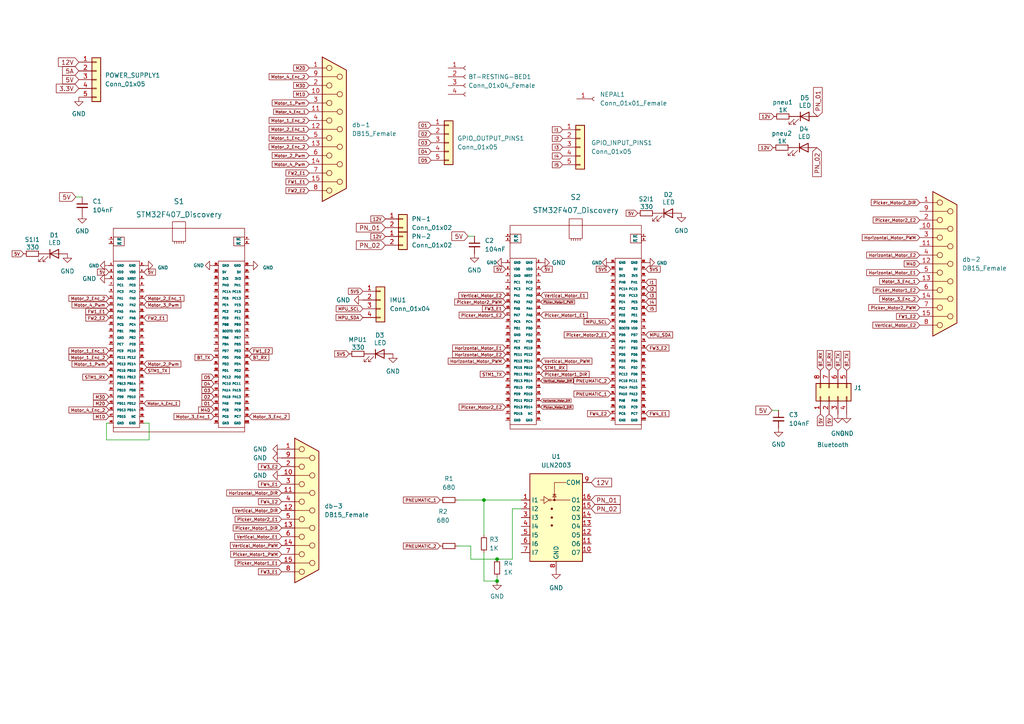
<source format=kicad_sch>
(kicad_sch (version 20211123) (generator eeschema)
  (paper "A4")
  (lib_symbols
    (symbol "Connector:Conn_01x01_Female" (pin_names (offset 1.016) hide)
      (property "Reference" "J" (at 0 2.54 0))
      (property "Value" "Conn_01x01_Female" (at 0 -2.54 0))
      (symbol "Conn_01x01_Female_1_1"
        (pin passive line (at -5.08 0 0) (length 3.81) (name "Pin_1") (number "1"))
      )
    )
    (symbol "Connector:Conn_01x04_Female" (pin_names (offset 1.016) hide)
      (property "Reference" "J" (at 0 5.08 0))
      (property "Value" "Conn_01x04_Female" (at 0 -7.62 0))
      (symbol "Conn_01x04_Female_1_1"
        (pin passive line (at -5.08 2.54 0) (length 3.81) (name "Pin_1") (number "1"))
        (pin passive line (at -5.08 0 0) (length 3.81) (name "Pin_2") (number "2"))
        (pin passive line (at -5.08 -2.54 0) (length 3.81) (name "Pin_3") (number "3"))
        (pin passive line (at -5.08 -5.08 0) (length 3.81) (name "Pin_4") (number "4"))
      )
    )
    (symbol "Connector:DB15_Female" (pin_names (offset 1.016) hide)
      (property "Reference" "J" (at 0.508 21.59 0))
      (property "Value" "DB15_Female" (at 0 -22.225 0))
      (symbol "DB15_Female_1_1"
        (pin passive line (at -7.62 17.78 0) (length 3.81) (name "1") (number "1"))
        (pin passive line (at -7.62 10.16 0) (length 3.81) (name "P10") (number "10"))
        (pin passive line (at -7.62 5.08 0) (length 3.81) (name "P111") (number "11"))
        (pin passive line (at -7.62 0 0) (length 3.81) (name "P12") (number "12"))
        (pin passive line (at -7.62 -5.08 0) (length 3.81) (name "P13") (number "13"))
        (pin passive line (at -7.62 -10.16 0) (length 3.81) (name "P14") (number "14"))
        (pin passive line (at -7.62 -15.24 0) (length 3.81) (name "P15") (number "15"))
        (pin passive line (at -7.62 12.7 0) (length 3.81) (name "2") (number "2"))
        (pin passive line (at -7.62 7.62 0) (length 3.81) (name "3") (number "3"))
        (pin passive line (at -7.62 2.54 0) (length 3.81) (name "4") (number "4"))
        (pin passive line (at -7.62 -2.54 0) (length 3.81) (name "5") (number "5"))
        (pin passive line (at -7.62 -7.62 0) (length 3.81) (name "6") (number "6"))
        (pin passive line (at -7.62 -12.7 0) (length 3.81) (name "7") (number "7"))
        (pin passive line (at -7.62 -17.78 0) (length 3.81) (name "8") (number "8"))
        (pin passive line (at -7.62 15.24 0) (length 3.81) (name "P9") (number "9"))
      )
    )
    (symbol "Connector_Generic:Conn_01x02" (pin_names (offset 1.016) hide)
      (property "Reference" "J" (at 0 2.54 0))
      (property "Value" "Conn_01x02" (at 0 -5.08 0))
      (symbol "Conn_01x02_1_1"
        (pin passive line (at -5.08 0 0) (length 3.81) (name "Pin_1") (number "1"))
        (pin passive line (at -5.08 -2.54 0) (length 3.81) (name "Pin_2") (number "2"))
      )
    )
    (symbol "Connector_Generic:Conn_01x04" (pin_names (offset 1.016) hide)
      (property "Reference" "J" (at 0 5.08 0))
      (property "Value" "Conn_01x04" (at 0 -7.62 0))
      (symbol "Conn_01x04_1_1"
        (pin passive line (at -5.08 2.54 0) (length 3.81) (name "Pin_1") (number "1"))
        (pin passive line (at -5.08 0 0) (length 3.81) (name "Pin_2") (number "2"))
        (pin passive line (at -5.08 -2.54 0) (length 3.81) (name "Pin_3") (number "3"))
        (pin passive line (at -5.08 -5.08 0) (length 3.81) (name "Pin_4") (number "4"))
      )
    )
    (symbol "Connector_Generic:Conn_01x05" (pin_names (offset 1.016) hide)
      (property "Reference" "J" (at 0 7.62 0))
      (property "Value" "Conn_01x05" (at 0 -7.62 0))
      (symbol "Conn_01x05_1_1"
        (pin passive line (at -5.08 5.08 0) (length 3.81) (name "Pin_1") (number "1"))
        (pin passive line (at -5.08 2.54 0) (length 3.81) (name "Pin_2") (number "2"))
        (pin passive line (at -5.08 0 0) (length 3.81) (name "Pin_3") (number "3"))
        (pin passive line (at -5.08 -2.54 0) (length 3.81) (name "Pin_4") (number "4"))
        (pin passive line (at -5.08 -5.08 0) (length 3.81) (name "Pin_5") (number "5"))
      )
    )
    (symbol "Connector_Generic:Conn_02x04_Counter_Clockwise" (pin_names (offset 1.016) hide)
      (property "Reference" "J" (at 1.27 5.08 0))
      (property "Value" "Conn_02x04_Counter_Clockwise" (at 1.27 -7.62 0))
      (symbol "Conn_02x04_Counter_Clockwise_1_1"
        (pin passive line (at -5.08 2.54 0) (length 3.81) (name "Pin_1") (number "1"))
        (pin passive line (at -5.08 0 0) (length 3.81) (name "Pin_2") (number "2"))
        (pin passive line (at -5.08 -2.54 0) (length 3.81) (name "Pin_3") (number "3"))
        (pin passive line (at -5.08 -5.08 0) (length 3.81) (name "Pin_4") (number "4"))
        (pin passive line (at 7.62 -5.08 180) (length 3.81) (name "Pin_5") (number "5"))
        (pin passive line (at 7.62 -2.54 180) (length 3.81) (name "Pin_6") (number "6"))
        (pin passive line (at 7.62 0 180) (length 3.81) (name "Pin_7") (number "7"))
        (pin passive line (at 7.62 2.54 180) (length 3.81) (name "Pin_8") (number "8"))
      )
    )
    (symbol "Device:C_Small" (pin_numbers hide) (pin_names (offset 0.254) hide)
      (property "Reference" "C" (at 0.254 1.778 0))
      (property "Value" "C_Small" (at 0.254 -2.032 0))
      (symbol "C_Small_1_1"
        (pin passive line (at 0 2.54 270) (length 2.032) (name "~") (number "1"))
        (pin passive line (at 0 -2.54 90) (length 2.032) (name "~") (number "2"))
      )
    )
    (symbol "Device:LED" (pin_numbers hide) (pin_names (offset 1.016) hide)
      (property "Reference" "D" (at 0 2.54 0))
      (property "Value" "LED" (at 0 -2.54 0))
      (symbol "LED_1_1"
        (pin passive line (at -3.81 0 0) (length 2.54) (name "K") (number "1"))
        (pin passive line (at 3.81 0 180) (length 2.54) (name "A") (number "2"))
      )
    )
    (symbol "Device:R_Small" (pin_numbers hide) (pin_names (offset 0.254) hide)
      (property "Reference" "R" (at 0.762 0.508 0))
      (property "Value" "R_Small" (at 0.762 -1.016 0))
      (symbol "R_Small_1_1"
        (pin passive line (at 0 2.54 270) (length 0.762) (name "~") (number "1"))
        (pin passive line (at 0 -2.54 90) (length 0.762) (name "~") (number "2"))
      )
    )
    (symbol "Prashant_library:STM32F407_Discovery" (pin_names (offset 1.016))
      (property "Reference" "U" (at 4.445 40.64 0))
      (property "Value" "STM32F407_Discovery" (at 6.985 -21.59 0))
      (symbol "STM32F407_Discovery_1_1"
        (pin input line (at -20.32 28.575 0) (length 1.27) (name "GND") (number "1"))
        (pin input line (at -10.16 20.955 180) (length 1.27) (name "PC2") (number "10"))
        (pin input line (at 20.32 -17.145 180) (length 1.27) (name "GND") (number "100"))
        (pin input line (at -20.32 19.05 0) (length 1.27) (name "PA1") (number "11"))
        (pin input line (at -10.16 19.05 180) (length 1.27) (name "PA0") (number "12"))
        (pin input line (at -20.32 17.145 0) (length 1.27) (name "PA3") (number "13"))
        (pin input line (at -10.16 17.145 180) (length 1.27) (name "PA2") (number "14"))
        (pin input line (at -20.32 15.24 0) (length 1.27) (name "PA5") (number "15"))
        (pin input line (at -10.16 15.24 180) (length 1.27) (name "PA4") (number "16"))
        (pin input line (at -20.32 13.335 0) (length 1.27) (name "PA7") (number "17"))
        (pin input line (at -10.16 13.335 180) (length 1.27) (name "PA6") (number "18"))
        (pin input line (at -20.32 11.43 0) (length 1.27) (name "PC5") (number "19"))
        (pin input line (at -10.16 28.575 180) (length 1.27) (name "GND") (number "2"))
        (pin input line (at -10.16 11.43 180) (length 1.27) (name "PC4") (number "20"))
        (pin input line (at -20.32 9.525 0) (length 1.27) (name "PB1") (number "21"))
        (pin input line (at -10.16 9.525 180) (length 1.27) (name "PB0") (number "22"))
        (pin input line (at -20.32 7.62 0) (length 1.27) (name "GND") (number "23"))
        (pin input line (at -10.16 7.62 180) (length 1.27) (name "PB2") (number "24"))
        (pin input line (at -20.32 5.715 0) (length 1.27) (name "PE7") (number "25"))
        (pin input line (at -10.16 5.715 180) (length 1.27) (name "PE8") (number "26"))
        (pin input line (at -20.32 3.81 0) (length 1.27) (name "PE9") (number "27"))
        (pin input line (at -10.16 3.81 180) (length 1.27) (name "PE10") (number "28"))
        (pin input line (at -20.32 1.905 0) (length 1.27) (name "PE11") (number "29"))
        (pin input line (at -20.32 26.67 0) (length 1.27) (name "VDD") (number "3"))
        (pin input line (at -10.16 1.905 180) (length 1.27) (name "PE12") (number "30"))
        (pin input line (at -20.32 0 0) (length 1.27) (name "PE13") (number "31"))
        (pin input line (at -10.16 0 180) (length 1.27) (name "PE14") (number "32"))
        (pin input line (at -20.32 -1.905 0) (length 1.27) (name "PE15") (number "33"))
        (pin input line (at -10.16 -1.905 180) (length 1.27) (name "PB10") (number "34"))
        (pin input line (at -20.32 -3.81 0) (length 1.27) (name "PB11") (number "35"))
        (pin input line (at -10.16 -3.81 180) (length 1.27) (name "PB12") (number "36"))
        (pin input line (at -20.32 -5.715 0) (length 1.27) (name "PB13") (number "37"))
        (pin input line (at -10.16 -5.715 180) (length 1.27) (name "PB14") (number "38"))
        (pin input line (at -20.32 -7.62 0) (length 1.27) (name "PB15") (number "39"))
        (pin input line (at -10.16 26.67 180) (length 1.27) (name "VDD") (number "4"))
        (pin input line (at -10.16 -7.62 180) (length 1.27) (name "PD8") (number "40"))
        (pin input line (at -20.32 -9.525 0) (length 1.27) (name "PD9") (number "41"))
        (pin input line (at -10.16 -9.525 180) (length 1.27) (name "PD10") (number "42"))
        (pin input line (at -20.32 -11.43 0) (length 1.27) (name "PD11") (number "43"))
        (pin input line (at -10.16 -11.43 180) (length 1.27) (name "PD12") (number "44"))
        (pin input line (at -20.32 -13.335 0) (length 1.27) (name "PD13") (number "45"))
        (pin input line (at -10.16 -13.335 180) (length 1.27) (name "PD14") (number "46"))
        (pin input line (at -20.32 -15.24 0) (length 1.27) (name "PD15") (number "47"))
        (pin input line (at -10.16 -15.24 180) (length 1.27) (name "NC") (number "48"))
        (pin input line (at -20.32 -17.145 0) (length 1.27) (name "GND") (number "49"))
        (pin input line (at -20.32 24.765 0) (length 1.27) (name "GND") (number "5"))
        (pin input line (at -10.16 -17.145 180) (length 1.27) (name "GND") (number "50"))
        (pin input line (at 10.16 28.575 0) (length 1.27) (name "GND") (number "51"))
        (pin input line (at 20.32 28.575 180) (length 1.27) (name "GND") (number "52"))
        (pin input line (at 10.16 26.67 0) (length 1.27) (name "5V") (number "53"))
        (pin input line (at 20.32 26.67 180) (length 1.27) (name "5V") (number "54"))
        (pin input line (at 10.16 24.765 0) (length 1.27) (name "3V3") (number "55"))
        (pin input line (at 20.32 24.765 180) (length 1.27) (name "3V3") (number "56"))
        (pin input line (at 10.16 22.86 0) (length 1.27) (name "PH0") (number "57"))
        (pin input line (at 20.32 22.86 180) (length 1.27) (name "PH1") (number "58"))
        (pin input line (at 10.16 20.955 0) (length 1.27) (name "PC14") (number "59"))
        (pin input line (at -10.16 24.765 180) (length 1.27) (name "NRST") (number "6"))
        (pin input line (at 20.32 20.955 180) (length 1.27) (name "PC15") (number "60"))
        (pin input line (at 10.16 19.05 0) (length 1.27) (name "PE6") (number "61"))
        (pin input line (at 20.32 19.05 180) (length 1.27) (name "PC13") (number "62"))
        (pin input line (at 10.16 17.145 0) (length 1.27) (name "PE4") (number "63"))
        (pin input line (at 20.32 17.145 180) (length 1.27) (name "PE5") (number "64"))
        (pin input line (at 10.16 15.24 0) (length 1.27) (name "PE2") (number "65"))
        (pin input line (at 20.32 15.24 180) (length 1.27) (name "PE3") (number "66"))
        (pin input line (at 10.16 13.335 0) (length 1.27) (name "PE0") (number "67"))
        (pin input line (at 20.32 13.335 180) (length 1.27) (name "PE1") (number "68"))
        (pin input line (at 10.16 11.43 0) (length 1.27) (name "PB8") (number "69"))
        (pin input line (at -20.32 22.86 0) (length 1.27) (name "PC1") (number "7"))
        (pin input line (at 20.32 11.43 180) (length 1.27) (name "PB9") (number "70"))
        (pin input line (at 10.16 9.525 0) (length 1.27) (name "BOOT0") (number "71"))
        (pin input line (at 20.32 9.525 180) (length 1.27) (name "VDD") (number "72"))
        (pin input line (at 10.16 7.62 0) (length 1.27) (name "PB6") (number "73"))
        (pin input line (at 20.32 7.62 180) (length 1.27) (name "PB7") (number "74"))
        (pin input line (at 10.16 5.715 0) (length 1.27) (name "PB4") (number "75"))
        (pin input line (at 20.32 5.715 180) (length 1.27) (name "PB5") (number "76"))
        (pin input line (at 10.16 3.81 0) (length 1.27) (name "PD7") (number "77"))
        (pin input line (at 20.32 3.81 180) (length 1.27) (name "PB3") (number "78"))
        (pin input line (at 10.16 1.905 0) (length 1.27) (name "PD5") (number "79"))
        (pin input line (at -10.16 22.86 180) (length 1.27) (name "PC0") (number "8"))
        (pin input line (at 20.32 1.905 180) (length 1.27) (name "PD6") (number "80"))
        (pin input line (at 10.16 0 0) (length 1.27) (name "PD3") (number "81"))
        (pin input line (at 20.32 0 180) (length 1.27) (name "PD4") (number "82"))
        (pin input line (at 10.16 -1.905 0) (length 1.27) (name "PD1") (number "83"))
        (pin input line (at 20.32 -1.905 180) (length 1.27) (name "PD2") (number "84"))
        (pin input line (at 10.16 -3.81 0) (length 1.27) (name "PC12") (number "85"))
        (pin input line (at 20.32 -3.81 180) (length 1.27) (name "PD0") (number "86"))
        (pin input line (at 10.16 -5.715 0) (length 1.27) (name "PC10") (number "87"))
        (pin input line (at 20.32 -5.715 180) (length 1.27) (name "PC11") (number "88"))
        (pin input line (at 10.16 -7.62 0) (length 1.27) (name "PA14") (number "89"))
        (pin input line (at -20.32 20.955 0) (length 1.27) (name "PC3") (number "9"))
        (pin input line (at 20.32 -7.62 180) (length 1.27) (name "PA15") (number "90"))
        (pin input line (at 10.16 -9.525 0) (length 1.27) (name "PA10") (number "91"))
        (pin input line (at 20.32 -9.525 180) (length 1.27) (name "PA13") (number "92"))
        (pin input line (at 10.16 -11.43 0) (length 1.27) (name "PA8") (number "93"))
        (pin input line (at 20.32 -11.43 180) (length 1.27) (name "PA9") (number "94"))
        (pin input line (at 10.16 -13.335 0) (length 1.27) (name "PC8") (number "95"))
        (pin input line (at 20.32 -13.335 180) (length 1.27) (name "PC9") (number "96"))
        (pin input line (at 10.16 -15.24 0) (length 1.27) (name "PC6") (number "97"))
        (pin input line (at 20.32 -15.24 180) (length 1.27) (name "PC7") (number "98"))
        (pin input line (at 10.16 -17.145 0) (length 1.27) (name "GND") (number "99"))
        (pin input line (at -20.32 36.195 0) (length 1.27) (name "NC") (number "a"))
        (pin input line (at -20.32 34.925 0) (length 1.27) (name "NC") (number "b"))
        (pin input line (at 20.32 36.195 180) (length 1.27) (name "NC") (number "c"))
        (pin input line (at 20.32 34.925 180) (length 1.27) (name "NC") (number "d"))
      )
    )
    (symbol "Transistor_Array:ULN2003"
      (property "Reference" "U" (at 0 15.875 0))
      (property "Value" "ULN2003" (at 0 13.97 0))
      (symbol "ULN2003_1_1"
        (pin input line (at -10.16 5.08 0) (length 2.54) (name "I1") (number "1"))
        (pin open_collector line (at 10.16 -10.16 180) (length 2.54) (name "O7") (number "10"))
        (pin open_collector line (at 10.16 -7.62 180) (length 2.54) (name "O6") (number "11"))
        (pin open_collector line (at 10.16 -5.08 180) (length 2.54) (name "O5") (number "12"))
        (pin open_collector line (at 10.16 -2.54 180) (length 2.54) (name "O4") (number "13"))
        (pin open_collector line (at 10.16 0 180) (length 2.54) (name "O3") (number "14"))
        (pin open_collector line (at 10.16 2.54 180) (length 2.54) (name "O2") (number "15"))
        (pin open_collector line (at 10.16 5.08 180) (length 2.54) (name "O1") (number "16"))
        (pin input line (at -10.16 2.54 0) (length 2.54) (name "I2") (number "2"))
        (pin input line (at -10.16 0 0) (length 2.54) (name "I3") (number "3"))
        (pin input line (at -10.16 -2.54 0) (length 2.54) (name "I4") (number "4"))
        (pin input line (at -10.16 -5.08 0) (length 2.54) (name "I5") (number "5"))
        (pin input line (at -10.16 -7.62 0) (length 2.54) (name "I6") (number "6"))
        (pin input line (at -10.16 -10.16 0) (length 2.54) (name "I7") (number "7"))
        (pin power_in line (at 0 -15.24 90) (length 2.54) (name "GND") (number "8"))
        (pin passive line (at 10.16 10.16 180) (length 2.54) (name "COM") (number "9"))
      )
    )
    (symbol "power:GND" (power) (pin_names (offset 0))
      (property "Value" "GND" (at 0 -3.81 0))
      (symbol "GND_1_1"
        (pin power_in line (at 0 0 270) (length 0) hide (name "GND") (number "1"))
      )
    )
  )
  (junction (at 144.1704 162.179))
  (junction (at 140.3604 145.034))
  (junction (at 144.1704 168.529))
  (wire (pts (xy 140.3604 145.034) (xy 140.3604 155.194)))
  (wire (pts (xy 136.5504 162.179) (xy 144.1704 162.179)))
  (wire (pts (xy 43.2562 122.7328) (xy 43.2562 127.5842)))
  (wire (pts (xy 30.8864 122.7328) (xy 30.8864 127.5842)))
  (wire (pts (xy 140.3604 145.034) (xy 151.1554 145.034)))
  (wire (pts (xy 31.5976 122.7328) (xy 30.8864 122.7328)))
  (wire (pts (xy 144.1704 168.529) (xy 144.1704 167.259)))
  (wire (pts (xy 41.7576 122.7328) (xy 43.2562 122.7328)))
  (wire (pts (xy 140.3604 168.529) (xy 144.1704 168.529)))
  (wire (pts (xy 132.7404 145.034) (xy 140.3604 145.034)))
  (wire (pts (xy 144.1704 162.179) (xy 148.6154 162.179)))
  (wire (pts (xy 135.763 68.5038) (xy 137.6172 68.5038)))
  (wire (pts (xy 148.6154 162.179) (xy 148.6154 147.574)))
  (wire (pts (xy 21.9964 57.1246) (xy 23.8506 57.1246)))
  (wire (pts (xy 140.3604 160.274) (xy 140.3604 168.529)))
  (wire (pts (xy 132.7404 158.369) (xy 136.5504 158.369)))
  (wire (pts (xy 223.9518 119.0244) (xy 225.806 119.0244)))
  (wire (pts (xy 148.6154 147.574) (xy 151.1554 147.574)))
  (wire (pts (xy 136.5504 158.369) (xy 136.5504 162.179)))
  (wire (pts (xy 30.8864 127.5842) (xy 43.2562 127.5842)))
  (global_label "I1" (shape input) (at 187.2996 81.8896 0) (effects (font (size 0.9 0.9))) (property "Intersheet References" "${INTERSHEET_REFS}" (effects hide)))
  (global_label "I3" (shape input) (at 187.2996 85.6996 0) (effects (font (size 0.9 0.9))) (property "Intersheet References" "${INTERSHEET_REFS}" (effects hide)))
  (global_label "Vertical_Motor_DIR" (shape input) (at 81.6864 148.0566 180) (effects (font (size 0.9 0.9))) (property "Intersheet References" "${INTERSHEET_REFS}" (effects hide)))
  (global_label "I4" (shape input) (at 163.195 45.2374 180) (effects (font (size 0.9 0.9))) (property "Intersheet References" "${INTERSHEET_REFS}" (effects hide)))
  (global_label "Picker_Motor2_PWM" (shape input) (at 266.7508 89.2302 180) (effects (font (size 0.9 0.9))) (property "Intersheet References" "${INTERSHEET_REFS}" (effects hide)))
  (global_label "BT_RX" (shape input) (at 72.2376 103.6828 0) (effects (font (size 0.9 0.9))) (property "Intersheet References" "${INTERSHEET_REFS}" (effects hide)))
  (global_label "FW1_E2" (shape input) (at 72.2376 101.7778 0) (effects (font (size 0.9 0.9))) (property "Intersheet References" "${INTERSHEET_REFS}" (effects hide)))
  (global_label "I5" (shape input) (at 187.2996 89.5096 0) (effects (font (size 0.9 0.9))) (property "Intersheet References" "${INTERSHEET_REFS}" (effects hide)))
  (global_label "I5" (shape input) (at 163.195 47.7774 180) (effects (font (size 0.9 0.9))) (property "Intersheet References" "${INTERSHEET_REFS}" (effects hide)))
  (global_label "Vertical_Motor_PWM" (shape input) (at 81.6864 158.2166 180) (effects (font (size 0.9 0.9))) (property "Intersheet References" "${INTERSHEET_REFS}" (effects hide)))
  (global_label "5V" (shape input) (at 41.7576 78.9178 0) (effects (font (size 0.9 0.9))) (property "Intersheet References" "${INTERSHEET_REFS}" (effects hide)))
  (global_label "Vertical_Motor_DIR" (shape input) (at 156.8196 110.4646 0) (effects (font (size 0.6 0.6))) (property "Intersheet References" "${INTERSHEET_REFS}" (effects hide)))
  (global_label "5V" (shape input) (at 223.9518 119.0244 180) (property "Intersheet References" "${INTERSHEET_REFS}" (effects hide)))
  (global_label "Vertical_Motor_E1" (shape input) (at 156.8196 85.6996 0) (effects (font (size 0.9 0.9))) (property "Intersheet References" "${INTERSHEET_REFS}" (effects hide)))
  (global_label "FW3_E2" (shape input) (at 81.6864 135.3566 180) (effects (font (size 0.9 0.9))) (property "Intersheet References" "${INTERSHEET_REFS}" (effects hide)))
  (global_label "BT_TX" (shape input) (at 245.5672 107.4166 90) (effects (font (size 0.9 0.9))) (property "Intersheet References" "${INTERSHEET_REFS}" (effects hide)))
  (global_label "12V" (shape input) (at 224.2566 42.8244 180) (effects (font (size 0.9 0.9))) (property "Intersheet References" "${INTERSHEET_REFS}" (effects hide)))
  (global_label "PNEUMATIC_1" (shape input) (at 127.6604 145.034 180) (effects (font (size 0.9 0.9))) (property "Intersheet References" "${INTERSHEET_REFS}" (effects hide)))
  (global_label "Motor_2_Enc_2" (shape input) (at 31.5976 86.5378 180) (effects (font (size 0.9 0.9))) (property "Intersheet References" "${INTERSHEET_REFS}" (effects hide)))
  (global_label "5VS" (shape input) (at 177.1396 78.0796 180) (effects (font (size 0.9 0.9))) (property "Intersheet References" "${INTERSHEET_REFS}" (effects hide)))
  (global_label "5V" (shape input) (at 146.6596 78.0796 180) (effects (font (size 0.9 0.9))) (property "Intersheet References" "${INTERSHEET_REFS}" (effects hide)))
  (global_label "Picker_Motor1_PWM" (shape input) (at 81.6864 160.7566 180) (effects (font (size 0.9 0.9))) (property "Intersheet References" "${INTERSHEET_REFS}" (effects hide)))
  (global_label "5VS" (shape input) (at 101.2698 102.6414 180) (effects (font (size 0.9 0.9))) (property "Intersheet References" "${INTERSHEET_REFS}" (effects hide)))
  (global_label "Picker_Motor2_E2" (shape input) (at 266.7508 63.8302 180) (effects (font (size 0.9 0.9))) (property "Intersheet References" "${INTERSHEET_REFS}" (effects hide)))
  (global_label "FW3_E1" (shape input) (at 146.6596 89.5096 180) (effects (font (size 0.9 0.9))) (property "Intersheet References" "${INTERSHEET_REFS}" (effects hide)))
  (global_label "Picker_Motor2_DIR" (shape input) (at 156.8196 118.0846 0) (effects (font (size 0.6 0.6))) (property "Intersheet References" "${INTERSHEET_REFS}" (effects hide)))
  (global_label "PNEUMATIC_2" (shape input) (at 177.1396 110.4646 180) (effects (font (size 0.9 0.9))) (property "Intersheet References" "${INTERSHEET_REFS}" (effects hide)))
  (global_label "Motor_1_Enc_1" (shape input) (at 31.5976 101.7778 180) (effects (font (size 0.9 0.9))) (property "Intersheet References" "${INTERSHEET_REFS}" (effects hide)))
  (global_label "5V" (shape input) (at 237.9472 120.1166 270) (effects (font (size 0.9 0.9))) (property "Intersheet References" "${INTERSHEET_REFS}" (effects hide)))
  (global_label "5A" (shape input) (at 22.86 20.574 180) (property "Intersheet References" "${INTERSHEET_REFS}" (effects hide)))
  (global_label "Motor_1_Enc_2" (shape input) (at 31.5976 103.6828 180) (effects (font (size 0.9 0.9))) (property "Intersheet References" "${INTERSHEET_REFS}" (effects hide)))
  (global_label "Motor_1_Pwm" (shape input) (at 31.5976 105.5878 180) (effects (font (size 0.9 0.9))) (property "Intersheet References" "${INTERSHEET_REFS}" (effects hide)))
  (global_label "Motor_4_Enc_1" (shape input) (at 89.662 32.4104 180) (effects (font (size 0.8 0.8))) (property "Intersheet References" "${INTERSHEET_REFS}" (effects hide)))
  (global_label "M2D" (shape input) (at 31.5976 117.0178 180) (effects (font (size 0.9 0.9))) (property "Intersheet References" "${INTERSHEET_REFS}" (effects hide)))
  (global_label "O1" (shape input) (at 125.0442 36.322 180) (effects (font (size 0.9 0.9))) (property "Intersheet References" "${INTERSHEET_REFS}" (effects hide)))
  (global_label "5V" (shape input) (at 135.763 68.5038 180) (property "Intersheet References" "${INTERSHEET_REFS}" (effects hide)))
  (global_label "M4D" (shape input) (at 266.7508 76.5302 180) (effects (font (size 0.9 0.9))) (property "Intersheet References" "${INTERSHEET_REFS}" (effects hide)))
  (global_label "PN_02" (shape input) (at 111.76 71.12 180) (property "Intersheet References" "${INTERSHEET_REFS}" (effects hide)))
  (global_label "MPU_SCL" (shape input) (at 177.1396 93.3196 180) (effects (font (size 0.9 0.9))) (property "Intersheet References" "${INTERSHEET_REFS}" (effects hide)))
  (global_label "O4" (shape input) (at 125.0442 43.942 180) (effects (font (size 0.9 0.9))) (property "Intersheet References" "${INTERSHEET_REFS}" (effects hide)))
  (global_label "FW4_E1" (shape input) (at 187.2996 119.9896 0) (effects (font (size 0.9 0.9))) (property "Intersheet References" "${INTERSHEET_REFS}" (effects hide)))
  (global_label "M2D" (shape input) (at 89.662 19.7104 180) (effects (font (size 0.9 0.9))) (property "Intersheet References" "${INTERSHEET_REFS}" (effects hide)))
  (global_label "I2" (shape input) (at 187.2996 83.7946 0) (effects (font (size 0.9 0.9))) (property "Intersheet References" "${INTERSHEET_REFS}" (effects hide)))
  (global_label "O2" (shape input) (at 62.0776 115.1128 180) (effects (font (size 0.9 0.9))) (property "Intersheet References" "${INTERSHEET_REFS}" (effects hide)))
  (global_label "Horizontal_Motor_DIR" (shape input) (at 81.6864 142.9766 180) (effects (font (size 0.9 0.9))) (property "Intersheet References" "${INTERSHEET_REFS}" (effects hide)))
  (global_label "Horizontal_Motor_E2" (shape input) (at 266.7508 73.9902 180) (effects (font (size 0.9 0.9))) (property "Intersheet References" "${INTERSHEET_REFS}" (effects hide)))
  (global_label "Motor_2_Enc_1" (shape input) (at 89.662 37.4904 180) (effects (font (size 0.9 0.9))) (property "Intersheet References" "${INTERSHEET_REFS}" (effects hide)))
  (global_label "Motor_1_Pwm" (shape input) (at 89.662 29.8704 180) (effects (font (size 0.9 0.9))) (property "Intersheet References" "${INTERSHEET_REFS}" (effects hide)))
  (global_label "5VS" (shape input) (at 187.2996 78.0796 0) (effects (font (size 0.9 0.9))) (property "Intersheet References" "${INTERSHEET_REFS}" (effects hide)))
  (global_label "5V" (shape input) (at 240.4872 120.1166 270) (effects (font (size 0.9 0.9))) (property "Intersheet References" "${INTERSHEET_REFS}" (effects hide)))
  (global_label "PNEUMATIC_2" (shape input) (at 127.6604 158.369 180) (effects (font (size 0.9 0.9))) (property "Intersheet References" "${INTERSHEET_REFS}" (effects hide)))
  (global_label "M1D" (shape input) (at 31.5976 120.8278 180) (effects (font (size 0.9 0.9))) (property "Intersheet References" "${INTERSHEET_REFS}" (effects hide)))
  (global_label "FW4_E2" (shape input) (at 81.6864 145.5166 180) (effects (font (size 0.9 0.9))) (property "Intersheet References" "${INTERSHEET_REFS}" (effects hide)))
  (global_label "Horizontal_Motor_E2" (shape input) (at 146.6596 102.8446 180) (effects (font (size 0.9 0.9))) (property "Intersheet References" "${INTERSHEET_REFS}" (effects hide)))
  (global_label "M1D" (shape input) (at 89.662 27.3304 180) (effects (font (size 0.9 0.9))) (property "Intersheet References" "${INTERSHEET_REFS}" (effects hide)))
  (global_label "12V" (shape input) (at 224.5106 33.782 180) (effects (font (size 0.9 0.9))) (property "Intersheet References" "${INTERSHEET_REFS}" (effects hide)))
  (global_label "Vertical_Motor_PWM" (shape input) (at 156.8196 104.7496 0) (effects (font (size 0.9 0.9))) (property "Intersheet References" "${INTERSHEET_REFS}" (effects hide)))
  (global_label "FW1_E1" (shape input) (at 89.662 52.7304 180) (effects (font (size 0.9 0.9))) (property "Intersheet References" "${INTERSHEET_REFS}" (effects hide)))
  (global_label "I4" (shape input) (at 187.2996 87.6046 0) (effects (font (size 0.9 0.9))) (property "Intersheet References" "${INTERSHEET_REFS}" (effects hide)))
  (global_label "BT_TX" (shape input) (at 62.0776 103.6828 180) (effects (font (size 0.9 0.9))) (property "Intersheet References" "${INTERSHEET_REFS}" (effects hide)))
  (global_label "Motor_4_Enc_2" (shape input) (at 89.662 22.2504 180) (effects (font (size 0.9 0.9))) (property "Intersheet References" "${INTERSHEET_REFS}" (effects hide)))
  (global_label "Horizontal_Motor_PWM" (shape input) (at 266.7508 68.9102 180) (effects (font (size 0.9 0.9))) (property "Intersheet References" "${INTERSHEET_REFS}" (effects hide)))
  (global_label "O2" (shape input) (at 125.0442 38.862 180) (effects (font (size 0.9 0.9))) (property "Intersheet References" "${INTERSHEET_REFS}" (effects hide)))
  (global_label "Motor_4_Enc_2" (shape input) (at 31.5976 118.9228 180) (effects (font (size 0.9 0.9))) (property "Intersheet References" "${INTERSHEET_REFS}" (effects hide)))
  (global_label "I3" (shape input) (at 163.195 42.6974 180) (effects (font (size 0.9 0.9))) (property "Intersheet References" "${INTERSHEET_REFS}" (effects hide)))
  (global_label "MPU_SDA" (shape input) (at 187.2996 97.1296 0) (effects (font (size 0.9 0.9))) (property "Intersheet References" "${INTERSHEET_REFS}" (effects hide)))
  (global_label "5V" (shape input) (at 21.9964 57.1246 180) (property "Intersheet References" "${INTERSHEET_REFS}" (effects hide)))
  (global_label "STM1_TX" (shape input) (at 146.6596 108.5596 180) (effects (font (size 0.9 0.9))) (property "Intersheet References" "${INTERSHEET_REFS}" (effects hide)))
  (global_label "I1" (shape input) (at 163.195 37.6174 180) (effects (font (size 0.9 0.9))) (property "Intersheet References" "${INTERSHEET_REFS}" (effects hide)))
  (global_label "BT_TX" (shape input) (at 243.0272 107.4166 90) (effects (font (size 0.9 0.9))) (property "Intersheet References" "${INTERSHEET_REFS}" (effects hide)))
  (global_label "Picker_Motor1_DIR" (shape input) (at 81.6864 153.1366 180) (effects (font (size 0.9 0.9))) (property "Intersheet References" "${INTERSHEET_REFS}" (effects hide)))
  (global_label "Motor_1_Enc_1" (shape input) (at 89.662 40.0304 180) (effects (font (size 0.9 0.9))) (property "Intersheet References" "${INTERSHEET_REFS}" (effects hide)))
  (global_label "FW4_E2" (shape input) (at 177.1396 119.9896 180) (effects (font (size 0.9 0.9))) (property "Intersheet References" "${INTERSHEET_REFS}" (effects hide)))
  (global_label "FW2_E2" (shape input) (at 31.5976 92.2528 180) (effects (font (size 0.9 0.9))) (property "Intersheet References" "${INTERSHEET_REFS}" (effects hide)))
  (global_label "5V" (shape input) (at 31.5976 78.9178 180) (effects (font (size 0.9 0.9))) (property "Intersheet References" "${INTERSHEET_REFS}" (effects hide)))
  (global_label "M4D" (shape input) (at 62.0776 118.9228 180) (effects (font (size 0.9 0.9))) (property "Intersheet References" "${INTERSHEET_REFS}" (effects hide)))
  (global_label "FW2_E1" (shape input) (at 89.662 50.1904 180) (effects (font (size 0.9 0.9))) (property "Intersheet References" "${INTERSHEET_REFS}" (effects hide)))
  (global_label "Motor_3_Pwm" (shape input) (at 41.7576 88.4428 0) (effects (font (size 0.9 0.9))) (property "Intersheet References" "${INTERSHEET_REFS}" (effects hide)))
  (global_label "12V" (shape input) (at 171.4754 139.954 0) (property "Intersheet References" "${INTERSHEET_REFS}" (effects hide)))
  (global_label "Motor_1_Enc_2" (shape input) (at 89.662 34.9504 180) (effects (font (size 0.9 0.9))) (property "Intersheet References" "${INTERSHEET_REFS}" (effects hide)))
  (global_label "FW4_E1" (shape input) (at 81.6864 140.4366 180) (effects (font (size 0.9 0.9))) (property "Intersheet References" "${INTERSHEET_REFS}" (effects hide)))
  (global_label "12V" (shape input) (at 111.76 63.5 180) (effects (font (size 0.9 0.9))) (property "Intersheet References" "${INTERSHEET_REFS}" (effects hide)))
  (global_label "FW3_E2" (shape input) (at 187.2996 100.9396 0) (effects (font (size 0.9 0.9))) (property "Intersheet References" "${INTERSHEET_REFS}" (effects hide)))
  (global_label "5V" (shape input) (at 22.86 23.114 180) (property "Intersheet References" "${INTERSHEET_REFS}" (effects hide)))
  (global_label "O4" (shape input) (at 62.0776 111.3028 180) (effects (font (size 0.9 0.9))) (property "Intersheet References" "${INTERSHEET_REFS}" (effects hide)))
  (global_label "PN_01" (shape input) (at 111.76 66.04 180) (property "Intersheet References" "${INTERSHEET_REFS}" (effects hide)))
  (global_label "PN_01" (shape input) (at 171.4754 145.034 0) (property "Intersheet References" "${INTERSHEET_REFS}" (effects hide)))
  (global_label "5V" (shape input) (at 6.858 73.6092 180) (effects (font (size 0.9 0.9))) (property "Intersheet References" "${INTERSHEET_REFS}" (effects hide)))
  (global_label "Picker_Motor2_PWM" (shape input) (at 146.6596 87.6046 180) (effects (font (size 0.9 0.9))) (property "Intersheet References" "${INTERSHEET_REFS}" (effects hide)))
  (global_label "PNEUMATIC_1" (shape input) (at 177.1396 114.2746 180) (effects (font (size 0.9 0.9))) (property "Intersheet References" "${INTERSHEET_REFS}" (effects hide)))
  (global_label "12V" (shape input) (at 111.76 68.58 180) (effects (font (size 0.9 0.9))) (property "Intersheet References" "${INTERSHEET_REFS}" (effects hide)))
  (global_label "Vertical_Motor_E2" (shape input) (at 146.6596 85.6996 180) (effects (font (size 0.9 0.9))) (property "Intersheet References" "${INTERSHEET_REFS}" (effects hide)))
  (global_label "Motor_3_Enc_2" (shape input) (at 72.2376 120.8278 0) (effects (font (size 0.9 0.9))) (property "Intersheet References" "${INTERSHEET_REFS}" (effects hide)))
  (global_label "Motor_4_Pwm" (shape input) (at 89.662 47.6504 180) (effects (font (size 0.9 0.9))) (property "Intersheet References" "${INTERSHEET_REFS}" (effects hide)))
  (global_label "STM1_RX" (shape input) (at 156.8196 106.6546 0) (effects (font (size 0.9 0.9))) (property "Intersheet References" "${INTERSHEET_REFS}" (effects hide)))
  (global_label "Horizontal_Motor_PWM" (shape input) (at 146.6596 104.7496 180) (effects (font (size 0.9 0.9))) (property "Intersheet References" "${INTERSHEET_REFS}" (effects hide)))
  (global_label "Picker_Motor2_E1" (shape input) (at 177.1396 97.1296 180) (effects (font (size 0.9 0.9))) (property "Intersheet References" "${INTERSHEET_REFS}" (effects hide)))
  (global_label "Vertical_Motor_E1" (shape input) (at 81.6864 155.6766 180) (effects (font (size 0.9 0.9))) (property "Intersheet References" "${INTERSHEET_REFS}" (effects hide)))
  (global_label "M3D" (shape input) (at 89.662 24.7904 180) (effects (font (size 0.9 0.9))) (property "Intersheet References" "${INTERSHEET_REFS}" (effects hide)))
  (global_label "Picker_Motor1_PWM" (shape input) (at 156.8196 87.6046 0) (effects (font (size 0.6 0.6))) (property "Intersheet References" "${INTERSHEET_REFS}" (effects hide)))
  (global_label "Picker_Motor2_E1" (shape input) (at 81.6864 150.5966 180) (effects (font (size 0.9 0.9))) (property "Intersheet References" "${INTERSHEET_REFS}" (effects hide)))
  (global_label "Motor_2_Enc_2" (shape input) (at 89.662 42.5704 180) (effects (font (size 0.9 0.9))) (property "Intersheet References" "${INTERSHEET_REFS}" (effects hide)))
  (global_label "O1" (shape input) (at 62.0776 117.0178 180) (effects (font (size 0.9 0.9))) (property "Intersheet References" "${INTERSHEET_REFS}" (effects hide)))
  (global_label "STM1_TX" (shape input) (at 41.7576 107.4928 0) (effects (font (size 0.9 0.9))) (property "Intersheet References" "${INTERSHEET_REFS}" (effects hide)))
  (global_label "Picker_Motor2_E2" (shape input) (at 146.6596 118.0846 180) (effects (font (size 0.9 0.9))) (property "Intersheet References" "${INTERSHEET_REFS}" (effects hide)))
  (global_label "O3" (shape input) (at 62.0776 113.2078 180) (effects (font (size 0.9 0.9))) (property "Intersheet References" "${INTERSHEET_REFS}" (effects hide)))
  (global_label "Picker_Motor1_E2" (shape input) (at 266.7508 84.1502 180) (effects (font (size 0.9 0.9))) (property "Intersheet References" "${INTERSHEET_REFS}" (effects hide)))
  (global_label "3.3V" (shape input) (at 22.86 25.654 180) (property "Intersheet References" "${INTERSHEET_REFS}" (effects hide)))
  (global_label "FW2_E2" (shape input) (at 89.662 55.2704 180) (effects (font (size 0.9 0.9))) (property "Intersheet References" "${INTERSHEET_REFS}" (effects hide)))
  (global_label "Motor_3_Enc_1" (shape input) (at 62.0776 120.8278 180) (effects (font (size 0.9 0.9))) (property "Intersheet References" "${INTERSHEET_REFS}" (effects hide)))
  (global_label "Motor_2_Pwm" (shape input) (at 41.7576 105.5878 0) (effects (font (size 0.9 0.9))) (property "Intersheet References" "${INTERSHEET_REFS}" (effects hide)))
  (global_label "Motor_4_Pwm" (shape input) (at 31.5976 88.4428 180) (effects (font (size 0.9 0.9))) (property "Intersheet References" "${INTERSHEET_REFS}" (effects hide)))
  (global_label "Motor_2_Pwm" (shape input) (at 89.662 45.1104 180) (effects (font (size 0.9 0.9))) (property "Intersheet References" "${INTERSHEET_REFS}" (effects hide)))
  (global_label "FW1_E2" (shape input) (at 266.7508 91.7702 180) (effects (font (size 0.9 0.9))) (property "Intersheet References" "${INTERSHEET_REFS}" (effects hide)))
  (global_label "PN_02" (shape input) (at 236.9566 42.8244 270) (property "Intersheet References" "${INTERSHEET_REFS}" (effects hide)))
  (global_label "Motor_4_Enc_1" (shape input) (at 41.7576 117.0178 0) (effects (font (size 0.8 0.8))) (property "Intersheet References" "${INTERSHEET_REFS}" (effects hide)))
  (global_label "Picker_Motor1_DIR" (shape input) (at 156.8196 108.5596 0) (effects (font (size 0.9 0.9))) (property "Intersheet References" "${INTERSHEET_REFS}" (effects hide)))
  (global_label "5V" (shape input) (at 184.9374 61.849 180) (effects (font (size 0.9 0.9))) (property "Intersheet References" "${INTERSHEET_REFS}" (effects hide)))
  (global_label "FW3_E1" (shape input) (at 81.6864 165.8366 180) (effects (font (size 0.9 0.9))) (property "Intersheet References" "${INTERSHEET_REFS}" (effects hide)))
  (global_label "Picker_Motor2_DIR" (shape input) (at 266.7508 58.7502 180) (effects (font (size 0.9 0.9))) (property "Intersheet References" "${INTERSHEET_REFS}" (effects hide)))
  (global_label "PN_01" (shape input) (at 237.2106 33.782 90) (property "Intersheet References" "${INTERSHEET_REFS}" (effects hide)))
  (global_label "MPU_SCL" (shape input) (at 105.2576 89.5604 180) (effects (font (size 0.9 0.9))) (property "Intersheet References" "${INTERSHEET_REFS}" (effects hide)))
  (global_label "Motor_3_Enc_1" (shape input) (at 266.7508 81.6102 180) (effects (font (size 0.9 0.9))) (property "Intersheet References" "${INTERSHEET_REFS}" (effects hide)))
  (global_label "Picker_Motor1_E1" (shape input) (at 81.6864 163.2966 180) (effects (font (size 0.9 0.9))) (property "Intersheet References" "${INTERSHEET_REFS}" (effects hide)))
  (global_label "Picker_Motor1_E1" (shape input) (at 156.8196 91.4146 0) (effects (font (size 0.9 0.9))) (property "Intersheet References" "${INTERSHEET_REFS}" (effects hide)))
  (global_label "I2" (shape input) (at 163.195 40.1574 180) (effects (font (size 0.9 0.9))) (property "Intersheet References" "${INTERSHEET_REFS}" (effects hide)))
  (global_label "MPU_SDA" (shape input) (at 105.2576 92.1004 180) (effects (font (size 0.9 0.9))) (property "Intersheet References" "${INTERSHEET_REFS}" (effects hide)))
  (global_label "O5" (shape input) (at 125.0442 46.482 180) (effects (font (size 0.9 0.9))) (property "Intersheet References" "${INTERSHEET_REFS}" (effects hide)))
  (global_label "FW1_E1" (shape input) (at 31.5976 90.3478 180) (effects (font (size 0.9 0.9))) (property "Intersheet References" "${INTERSHEET_REFS}" (effects hide)))
  (global_label "Picker_Motor1_E2" (shape input) (at 146.6596 91.4146 180) (effects (font (size 0.9 0.9))) (property "Intersheet References" "${INTERSHEET_REFS}" (effects hide)))
  (global_label "BT_RX" (shape input) (at 240.4872 107.4166 90) (effects (font (size 0.9 0.9))) (property "Intersheet References" "${INTERSHEET_REFS}" (effects hide)))
  (global_label "5V" (shape input) (at 156.8196 78.0796 0) (effects (font (size 0.9 0.9))) (property "Intersheet References" "${INTERSHEET_REFS}" (effects hide)))
  (global_label "Horizontal_Motor_E1" (shape input) (at 266.7508 79.0702 180) (effects (font (size 0.9 0.9))) (property "Intersheet References" "${INTERSHEET_REFS}" (effects hide)))
  (global_label "O3" (shape input) (at 125.0442 41.402 180) (effects (font (size 0.9 0.9))) (property "Intersheet References" "${INTERSHEET_REFS}" (effects hide)))
  (global_label "Vertical_Motor_E2" (shape input) (at 266.7508 94.3102 180) (effects (font (size 0.9 0.9))) (property "Intersheet References" "${INTERSHEET_REFS}" (effects hide)))
  (global_label "FW2_E1" (shape input) (at 41.7576 92.2528 0) (effects (font (size 0.9 0.9))) (property "Intersheet References" "${INTERSHEET_REFS}" (effects hide)))
  (global_label "5VS" (shape input) (at 105.2576 84.4804 180) (effects (font (size 0.9 0.9))) (property "Intersheet References" "${INTERSHEET_REFS}" (effects hide)))
  (global_label "12V" (shape input) (at 22.86 18.034 180) (property "Intersheet References" "${INTERSHEET_REFS}" (effects hide)))
  (global_label "Motor_2_Enc_1" (shape input) (at 41.7576 86.5378 0) (effects (font (size 0.9 0.9))) (property "Intersheet References" "${INTERSHEET_REFS}" (effects hide)))
  (global_label "Horizontal_Motor_E1" (shape input) (at 146.6596 100.9396 180) (effects (font (size 0.9 0.9))) (property "Intersheet References" "${INTERSHEET_REFS}" (effects hide)))
  (global_label "STM1_RX" (shape input) (at 31.5976 109.3978 180) (effects (font (size 0.9 0.9))) (property "Intersheet References" "${INTERSHEET_REFS}" (effects hide)))
  (global_label "O5" (shape input) (at 62.0776 109.3978 180) (effects (font (size 0.9 0.9))) (property "Intersheet References" "${INTERSHEET_REFS}" (effects hide)))
  (global_label "M3D" (shape input) (at 31.5976 115.1128 180) (effects (font (size 0.9 0.9))) (property "Intersheet References" "${INTERSHEET_REFS}" (effects hide)))
  (global_label "PN_02" (shape input) (at 171.4754 147.574 0) (property "Intersheet References" "${INTERSHEET_REFS}" (effects hide)))
  (global_label "Motor_3_Enc_2" (shape input) (at 266.7508 86.6902 180) (effects (font (size 0.9 0.9))) (property "Intersheet References" "${INTERSHEET_REFS}" (effects hide)))
  (global_label "BT_RX" (shape input) (at 237.9472 107.4166 90) (effects (font (size 0.9 0.9))) (property "Intersheet References" "${INTERSHEET_REFS}" (effects hide)))
  (global_label "Horizontal_Motor_DIR" (shape input) (at 156.8196 116.1796 0) (effects (font (size 0.5 0.5))) (property "Intersheet References" "${INTERSHEET_REFS}" (effects hide)))
  (symbol (lib_id "Connector:Conn_01x04_Female") (at 135.0518 22.2758 0) (unit 1)
    (property "Reference" "BT-RESTING-BED1" (at 135.8138 22.2757 0) (effects (justify left)))
    (property "Value" "Conn_01x04_Female" (at 135.8138 24.8157 0) (effects (justify left)))
    (property "Footprint" "Connector_PinHeader_2.54mm:PinHeader_2x04_P2.54mm_Vertical" (effects hide))
  )
  (symbol (lib_id "Device:C_Small") (at 137.6172 71.0438 0) (unit 1)
    (property "Reference" "C2" (at 140.589 69.78 0) (effects (justify left)))
    (property "Value" "104nF" (at 140.589 72.32 0) (effects (justify left)))
    (property "Footprint" "modfiles:Capacitor_Disc_Small" (effects hide))
  )
  (symbol (lib_id "power:GND") (at 156.8196 76.1746 90) (unit 1)
    (property "Reference" "#PWR0105" (effects hide))
    (property "Value" "GND" (at 160.02 76.1745 90) (effects (justify right)))
  )
  (symbol (lib_id "Connector_Generic:Conn_01x04") (at 110.3376 87.0204 0) (unit 1)
    (property "Reference" "IMU1" (at 113.03 87.0203 0) (effects (justify left)))
    (property "Value" "Conn_01x04" (at 113.03 89.5603 0) (effects (justify left)))
    (property "Footprint" "modfiles:jst_4" (effects hide))
  )
  (symbol (lib_id "power:GND") (at 113.9698 102.6414 0) (unit 1)
    (property "Reference" "#PWR0127" (effects hide))
    (property "Value" "GND" (at 113.9698 107.696 0))
  )
  (symbol (lib_id "Device:LED") (at 233.1466 42.8244 0) (unit 1)
    (property "Reference" "D4" (at 233.1466 37.4396 0))
    (property "Value" "LED" (at 233.2482 39.624 0))
    (property "Footprint" "modfiles:LED_D3.0mm" (effects hide))
  )
  (symbol (lib_id "Connector_Generic:Conn_01x05") (at 130.1242 41.402 0) (unit 1)
    (property "Reference" "GPIO_OUTPUT_PINS1" (at 132.6134 40.1319 0) (effects (justify left)))
    (property "Value" "Conn_01x05" (at 132.6134 42.6719 0) (effects (justify left)))
    (property "Footprint" "modfiles:new_5_jst_bournier" (effects hide))
  )
  (symbol (lib_id "power:GND") (at 41.7576 77.0128 90) (unit 1)
    (property "Reference" "#PWR0102" (effects hide))
    (property "Value" "GND" (at 45.72 77.6477 90) (effects (font (size 0.95 0.95)) (justify right)))
  )
  (symbol (lib_id "Connector_Generic:Conn_01x05") (at 27.94 23.114 0) (unit 1)
    (property "Reference" "POWER_SUPPLY1" (at 30.4292 21.8439 0) (effects (justify left)))
    (property "Value" "Conn_01x05" (at 30.4292 24.3839 0) (effects (justify left)))
    (property "Footprint" "modfiles:new_5_jst_bournier" (effects hide))
  )
  (symbol (lib_id "Device:R_Small") (at 140.3604 157.734 180) (unit 1)
    (property "Reference" "R3" (at 141.9352 156.4639 0) (effects (justify right)))
    (property "Value" "1K" (at 141.9352 159.0039 0) (effects (justify right)))
    (property "Footprint" "modfiles:Resistor_small" (effects hide))
  )
  (symbol (lib_id "Prashant_library:STM32F407_Discovery") (at 51.9176 105.5878 0) (unit 1)
    (property "Reference" "S1" (at 51.9176 58.42 0) (effects (font (size 1.524 1.524))))
    (property "Value" "STM32F407_Discovery" (at 51.9176 62.23 0) (effects (font (size 1.524 1.524))))
    (property "Footprint" "modfiles:STM32F407_Discovery" (effects hide))
  )
  (symbol (lib_id "Device:R_Small") (at 187.4774 61.849 90) (unit 1)
    (property "Reference" "S2I1" (at 187.4266 57.7342 90))
    (property "Value" "330" (at 187.5536 59.9694 90))
    (property "Footprint" "modfiles:Resistor_small" (effects hide))
  )
  (symbol (lib_id "Device:R_Small") (at 226.7966 42.8244 90) (unit 1)
    (property "Reference" "pneu2" (at 226.7458 38.7096 90))
    (property "Value" "1K" (at 226.8728 40.9448 90))
    (property "Footprint" "modfiles:Resistor_small" (effects hide))
  )
  (symbol (lib_id "Connector_Generic:Conn_01x02") (at 116.84 63.5 0) (unit 1)
    (property "Reference" "PN-1" (at 119.38 63.4999 0) (effects (justify left)))
    (property "Value" "Conn_01x02" (at 119.38 66.0399 0) (effects (justify left)))
    (property "Footprint" "modfiles:Connector_Bornier_2" (effects hide))
  )
  (symbol (lib_id "power:GND") (at 144.1704 168.529 0) (unit 1)
    (property "Reference" "#PWR0108" (effects hide))
    (property "Value" "GND" (at 144.1704 172.974 0))
  )
  (symbol (lib_id "power:GND") (at 22.86 28.194 0) (unit 1)
    (property "Reference" "#PWR0101" (effects hide))
    (property "Value" "GND" (at 22.86 33.02 0))
  )
  (symbol (lib_id "power:GND") (at 197.6374 61.849 0) (unit 1)
    (property "Reference" "#PWR0125" (effects hide))
    (property "Value" "GND" (at 197.6374 66.9036 0))
  )
  (symbol (lib_id "power:GND") (at 81.6864 130.2766 270) (unit 1)
    (property "Reference" "#PWR0103" (effects hide))
    (property "Value" "GND" (at 77.47 130.2765 90) (effects (justify right)))
  )
  (symbol (lib_id "Device:C_Small") (at 23.8506 59.6646 0) (unit 1)
    (property "Reference" "C1" (at 26.8224 58.4008 0) (effects (justify left)))
    (property "Value" "104nF" (at 26.8224 60.9408 0) (effects (justify left)))
    (property "Footprint" "modfiles:Capacitor_Disc_Small" (effects hide))
  )
  (symbol (lib_id "power:GND") (at 31.5976 80.8228 270) (unit 1)
    (property "Reference" "#PWR0120" (effects hide))
    (property "Value" "GND" (at 27.94 80.8227 90) (effects (justify right)))
  )
  (symbol (lib_id "Connector_Generic:Conn_02x04_Counter_Clockwise") (at 240.4872 115.0366 90) (unit 1)
    (property "Reference" "J1" (at 247.6246 112.4965 90) (effects (justify right)))
    (property "Value" "Bluetooth" (at 236.9312 129.0066 90) (effects (justify right)))
    (property "Footprint" "Connector_PinHeader_2.54mm:PinHeader_2x04_P2.54mm_Vertical" (effects hide))
  )
  (symbol (lib_id "Device:LED") (at 15.748 73.6092 0) (unit 1)
    (property "Reference" "D1" (at 15.748 68.2244 0))
    (property "Value" "LED" (at 15.8496 70.4088 0))
    (property "Footprint" "modfiles:LED_D3.0mm" (effects hide))
  )
  (symbol (lib_id "Connector:DB15_Female") (at 97.282 37.4904 0) (unit 1)
    (property "Reference" "db-1" (at 102.0826 36.2203 0) (effects (justify left)))
    (property "Value" "DB15_Female" (at 102.0826 38.7603 0) (effects (justify left)))
    (property "Footprint" "modfiles:Connector_DB15" (effects hide))
    (property "Datasheet" " ~" (effects hide))
  )
  (symbol (lib_id "Device:C_Small") (at 225.806 121.5644 0) (unit 1)
    (property "Reference" "C3" (at 228.7778 120.3006 0) (effects (justify left)))
    (property "Value" "104nF" (at 228.7778 122.8406 0) (effects (justify left)))
    (property "Footprint" "modfiles:Capacitor_Disc_Small" (effects hide))
  )
  (symbol (lib_id "Device:R_Small") (at 9.398 73.6092 90) (unit 1)
    (property "Reference" "S1I1" (at 9.3472 69.4944 90))
    (property "Value" "330" (at 9.4742 71.7296 90))
    (property "Footprint" "modfiles:Resistor_small" (effects hide))
  )
  (symbol (lib_id "Device:R_Small") (at 130.2004 145.034 90) (unit 1)
    (property "Reference" "R1" (at 130.2004 138.8364 90))
    (property "Value" "680" (at 130.2004 141.3764 90))
    (property "Footprint" "modfiles:Resistor_small" (effects hide))
  )
  (symbol (lib_id "Device:LED") (at 110.1598 102.6414 0) (unit 1)
    (property "Reference" "D3" (at 110.1598 97.2566 0))
    (property "Value" "LED" (at 110.2614 99.441 0))
    (property "Footprint" "modfiles:LED_D3.0mm" (effects hide))
  )
  (symbol (lib_id "power:GND") (at 245.5672 120.1166 0) (unit 1)
    (property "Reference" "#PWR0110" (effects hide))
    (property "Value" "GND" (at 245.5672 125.73 0))
  )
  (symbol (lib_id "power:GND") (at 225.806 124.1044 0) (unit 1)
    (property "Reference" "#PWR0124" (effects hide))
    (property "Value" "GND" (at 225.806 128.905 0))
  )
  (symbol (lib_id "power:GND") (at 177.1396 76.1746 270) (unit 1)
    (property "Reference" "#PWR0112" (effects hide))
    (property "Value" "GND" (at 171.6024 76.2254 90) (effects (font (size 0.95 0.95)) (justify left)))
  )
  (symbol (lib_id "power:GND") (at 19.558 73.6092 0) (unit 1)
    (property "Reference" "#PWR0126" (effects hide))
    (property "Value" "GND" (at 19.558 78.6638 0))
  )
  (symbol (lib_id "power:GND") (at 31.5976 77.0128 270) (unit 1)
    (property "Reference" "#PWR0113" (effects hide))
    (property "Value" "GND" (at 25.7302 77.089 90) (effects (font (size 0.95 0.95)) (justify left)))
  )
  (symbol (lib_id "Device:R_Small") (at 144.1704 164.719 180) (unit 1)
    (property "Reference" "R4" (at 146.0754 163.4489 0) (effects (justify right)))
    (property "Value" "1K" (at 146.0754 165.9889 0) (effects (justify right)))
    (property "Footprint" "modfiles:Resistor_small" (effects hide))
  )
  (symbol (lib_id "Prashant_library:STM32F407_Discovery") (at 166.9796 104.7496 0) (unit 1)
    (property "Reference" "S2" (at 166.9796 57.2008 0) (effects (font (size 1.524 1.524))))
    (property "Value" "STM32F407_Discovery" (at 166.9796 61.0108 0) (effects (font (size 1.524 1.524))))
    (property "Footprint" "modfiles:STM32F407_Discovery" (effects hide))
  )
  (symbol (lib_id "Connector:DB15_Female") (at 89.3064 148.0566 0) (unit 1)
    (property "Reference" "db-3" (at 94.107 146.7865 0) (effects (justify left)))
    (property "Value" "DB15_Female" (at 94.107 149.3265 0) (effects (justify left)))
    (property "Footprint" "modfiles:Connector_DB15" (effects hide))
    (property "Datasheet" " ~" (effects hide))
  )
  (symbol (lib_id "power:GND") (at 243.0272 120.1166 0) (unit 1)
    (property "Reference" "#PWR0104" (effects hide))
    (property "Value" "GND" (at 243.0272 125.73 0))
  )
  (symbol (lib_id "power:GND") (at 161.3154 165.354 0) (unit 1)
    (property "Reference" "#PWR0107" (effects hide))
    (property "Value" "GND" (at 161.3154 170.5102 0))
  )
  (symbol (lib_id "Device:LED") (at 193.8274 61.849 0) (unit 1)
    (property "Reference" "D2" (at 193.8274 56.4642 0))
    (property "Value" "LED" (at 193.929 58.6486 0))
    (property "Footprint" "modfiles:LED_D3.0mm" (effects hide))
  )
  (symbol (lib_id "Device:R_Small") (at 103.8098 102.6414 90) (unit 1)
    (property "Reference" "MPU1" (at 103.759 98.5266 90))
    (property "Value" "330" (at 103.886 100.7618 90))
    (property "Footprint" "modfiles:Resistor_small" (effects hide))
  )
  (symbol (lib_id "power:GND") (at 81.6864 132.8166 270) (unit 1)
    (property "Reference" "#PWR0106" (effects hide))
    (property "Value" "GND" (at 77.47 132.8165 90) (effects (justify right)))
  )
  (symbol (lib_id "power:GND") (at 146.6596 76.1746 270) (unit 1)
    (property "Reference" "#PWR0117" (effects hide))
    (property "Value" "GND" (at 141.097 76.1492 90) (effects (font (size 0.95 0.95)) (justify left)))
  )
  (symbol (lib_id "power:GND") (at 137.6172 73.5838 0) (unit 1)
    (property "Reference" "#PWR0123" (effects hide))
    (property "Value" "GND" (at 137.6172 78.3844 0))
  )
  (symbol (lib_id "Device:R_Small") (at 227.0506 33.782 90) (unit 1)
    (property "Reference" "pneu1" (at 226.9998 29.6672 90))
    (property "Value" "1K" (at 227.1268 31.9024 90))
    (property "Footprint" "modfiles:Resistor_small" (effects hide))
  )
  (symbol (lib_id "Connector:DB15_Female") (at 274.3708 76.5302 0) (unit 1)
    (property "Reference" "db-2" (at 279.0952 75.2601 0) (effects (justify left)))
    (property "Value" "DB15_Female" (at 279.0952 77.8001 0) (effects (justify left)))
    (property "Footprint" "modfiles:Connector_DB15" (effects hide))
    (property "Datasheet" " ~" (effects hide))
  )
  (symbol (lib_id "power:GND") (at 23.8506 62.2046 0) (unit 1)
    (property "Reference" "#PWR0122" (effects hide))
    (property "Value" "GND" (at 23.8506 67.0052 0))
  )
  (symbol (lib_id "Transistor_Array:ULN2003") (at 161.3154 150.114 0) (unit 1)
    (property "Reference" "U1" (at 161.3154 132.4102 0))
    (property "Value" "ULN2003" (at 161.3154 134.9502 0))
    (property "Footprint" "Package_DIP:DIP-16_W7.62mm_Socket" (effects hide))
    (property "Datasheet" "http://www.ti.com/lit/ds/symlink/uln2003a.pdf" (effects hide))
  )
  (symbol (lib_id "power:GND") (at 105.2576 87.0204 270) (unit 1)
    (property "Reference" "#PWR0109" (effects hide))
    (property "Value" "GND" (at 101.6 87.0203 90) (effects (justify right)))
  )
  (symbol (lib_id "Device:LED") (at 233.4006 33.782 0) (unit 1)
    (property "Reference" "D5" (at 233.4006 28.3972 0))
    (property "Value" "LED" (at 233.5022 30.5816 0))
    (property "Footprint" "modfiles:LED_D3.0mm" (effects hide))
  )
  (symbol (lib_id "Connector_Generic:Conn_01x02") (at 116.84 68.58 0) (unit 1)
    (property "Reference" "PN-2" (at 119.38 68.5799 0) (effects (justify left)))
    (property "Value" "Conn_01x02" (at 119.38 71.1199 0) (effects (justify left)))
    (property "Footprint" "modfiles:Connector_Bornier_2" (effects hide))
  )
  (symbol (lib_id "Connector:Conn_01x01_Female") (at 172.339 28.6766 0) (unit 1)
    (property "Reference" "NEPAL1" (at 173.99 27.4065 0) (effects (justify left)))
    (property "Value" "Conn_01x01_Female" (at 173.99 29.9465 0) (effects (justify left)))
    (property "Footprint" "modfiles:nepalLogo" (effects hide))
  )
  (symbol (lib_id "Device:R_Small") (at 130.2004 158.369 90) (unit 1)
    (property "Reference" "R2" (at 128.4986 148.3868 90))
    (property "Value" "680" (at 128.4986 150.9268 90))
    (property "Footprint" "modfiles:Resistor_small" (effects hide))
  )
  (symbol (lib_id "Connector_Generic:Conn_01x05") (at 168.275 42.6974 0) (unit 1)
    (property "Reference" "GPIO_INPUT_PINS1" (at 171.45 41.4273 0) (effects (justify left)))
    (property "Value" "Conn_01x05" (at 171.45 43.9673 0) (effects (justify left)))
    (property "Footprint" "modfiles:new_5_jst_bournier" (effects hide))
  )
  (symbol (lib_id "power:GND") (at 81.6864 137.8966 270) (unit 1)
    (property "Reference" "#PWR0111" (effects hide))
    (property "Value" "GND" (at 77.47 137.8965 90) (effects (justify right)))
  )
  (symbol (lib_id "power:GND") (at 187.2996 76.1746 90) (unit 1)
    (property "Reference" "#PWR0116" (effects hide))
    (property "Value" "GND" (at 190.4746 76.2762 90) (effects (font (size 0.95 0.95)) (justify right)))
  )
  (symbol (lib_id "power:GND") (at 62.0776 77.0128 270) (unit 1)
    (property "Reference" "#PWR0114" (effects hide))
    (property "Value" "GND" (at 56.0832 76.9874 90) (effects (font (size 0.95 0.95)) (justify left)))
  )
  (symbol (lib_id "power:GND") (at 72.2376 77.0128 90) (unit 1)
    (property "Reference" "#PWR0115" (effects hide))
    (property "Value" "GND" (at 76.2 77.6477 90) (effects (font (size 0.95 0.95)) (justify right)))
  )
)
</source>
